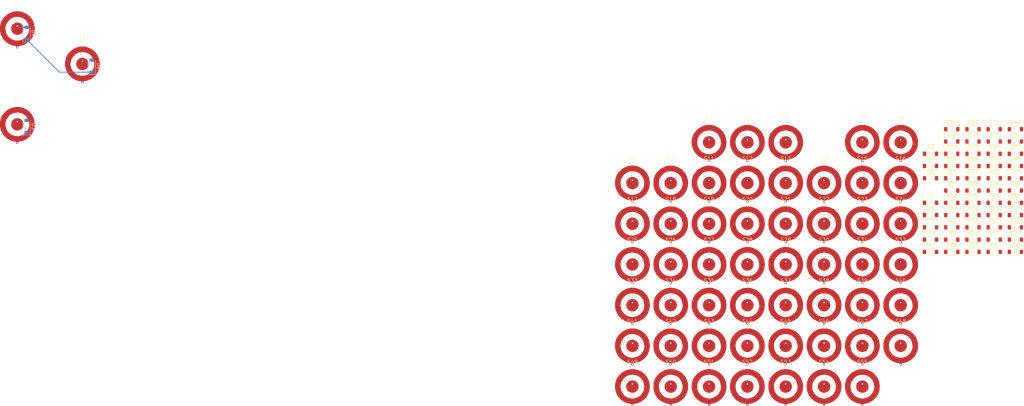
<source format=kicad_pcb>
(kicad_pcb (version 20240108) (generator "pcbnew") (generator_version "8.0")
  (layers (0 "F.Cu" signal) (31 "B.Cu" signal) (34 "B.Paste" user) (35 "F.Paste" user) (36 "B.SilkS" user "B.Silkscreen") (37 "F.SilkS" user "F.Silkscreen") (38 "B.Mask" user) (39 "F.Mask" user) (44 "Edge.Cuts" user))
  (net 0 "")
  (net 1 "Net-(D1-A)")
  (net 2 "row0")
  (net 3 "Net-(D2-A)")
  (net 4 "row1")
  (net 5 "row2")
  (net 6 "Net-(D3-A)")
  (net 7 "row4")
  (net 8 "Net-(D4-A)")
  (net 9 "row5")
  (net 10 "Net-(D5-A)")
  (net 11 "Net-(D6-A)")
  (net 12 "Net-(D7-A)")
  (net 13 "Net-(D8-A)")
  (net 14 "row3")
  (net 15 "Net-(D9-A)")
  (net 16 "Net-(D10-A)")
  (net 17 "Net-(D11-A)")
  (net 18 "Net-(D12-A)")
  (net 19 "Net-(D13-A)")
  (net 20 "Net-(D14-A)")
  (net 21 "Net-(D15-A)")
  (net 22 "Net-(D16-A)")
  (net 23 "Net-(D17-A)")
  (net 24 "Net-(D18-A)")
  (net 25 "Net-(D19-A)")
  (net 26 "Net-(D20-A)")
  (net 27 "Net-(D21-A)")
  (net 28 "Net-(D22-A)")
  (net 29 "Net-(D23-A)")
  (net 30 "Net-(D24-A)")
  (net 31 "Net-(D25-A)")
  (net 32 "Net-(D26-A)")
  (net 33 "Net-(D27-A)")
  (net 34 "Net-(D28-A)")
  (net 35 "Net-(D29-A)")
  (net 36 "Net-(D30-A)")
  (net 37 "Net-(D31-A)")
  (net 38 "Net-(D32-A)")
  (net 39 "Net-(D33-A)")
  (net 40 "Net-(D34-A)")
  (net 41 "Net-(D35-A)")
  (net 42 "Net-(D36-A)")
  (net 43 "Net-(D37-A)")
  (net 44 "Net-(D38-A)")
  (net 45 "Net-(D39-A)")
  (net 46 "Net-(D40-A)")
  (net 47 "Net-(D41-A)")
  (net 48 "Net-(D42-A)")
  (net 49 "Net-(D43-A)")
  (net 50 "Net-(D44-A)")
  (net 51 "Net-(D45-A)")
  (net 52 "Net-(D46-A)")
  (net 53 "Net-(D47-A)")
  (net 54 "Net-(D48-A)")
  (net 55 "Net-(D49-A)")
  (net 56 "Net-(D50-A)")
  (net 57 "Net-(D51-A)")
  (net 58 "Net-(D52-A)")
  (net 59 "Net-(D53-A)")
  (net 60 "Net-(D54-A)")
  (net 61 "Net-(D55-A)")
  (net 62 "column0")
  (net 63 "column1")
  (net 64 "column2")
  (net 65 "column3")
  (net 66 "column4")
  (net 67 "column5")
  (net 68 "column6")
  (net 69 "column7")
  (net 70 "column8")
  (net 71 "column9")
  (footprint "DomeSwitches:DomeSwitch_8mm_double_sided" (layer "F.Cu") (at 228.665 73.915)
    (property "Reference" "S12")
    (property "Value" "Keyswitch")
  )
  (footprint "Diode_SMD:D_SOD-123" (layer "F.Cu") (at 290.29 82.66)
    (property "Reference" "D30")
    (property "Value" "Diode")
  )
  (footprint "DomeSwitches:DomeSwitch_8mm_double_sided" (layer "F.Cu") (at 207.725 96.155)
    (property "Reference" "S26")
    (property "Value" "Keyswitch")
  )
  (footprint "Diode_SMD:D_SOD-123" (layer "F.Cu") (at 284.495 69.26)
    (property "Reference" "D15")
    (property "Value" "Diode")
  )
  (footprint "Diode_SMD:D_SOD-123" (layer "F.Cu") (at 296.085 75.96)
    (property "Reference" "D39")
    (property "Value" "Diode")
  )
  (footprint "DomeSwitches:DomeSwitch_8mm_double_sided" (layer "F.Cu") (at 29.21 31.75)
    (property "Reference" "S1")
    (property "Value" "Keyswitch")
  )
  (footprint "DomeSwitches:DomeSwitch_8mm_double_sided" (layer "F.Cu") (at 270.545 62.795)
    (property "Reference" "S8")
    (property "Value" "Keyswitch")
  )
  (footprint "Diode_SMD:D_SOD-123" (layer "F.Cu") (at 278.7 79.31)
    (property "Reference" "D7")
    (property "Value" "Diode")
  )
  (footprint "DomeSwitches:DomeSwitch_8mm_double_sided" (layer "F.Cu") (at 218.195 129.515)
    (property "Reference" "S51")
    (property "Value" "Keyswitch")
  )
  (footprint "Diode_SMD:D_SOD-123" (layer "F.Cu") (at 296.085 62.56)
    (property "Reference" "D35")
    (property "Value" "Diode")
  )
  (footprint "DomeSwitches:DomeSwitch_8mm_double_sided" (layer "F.Cu") (at 207.725 129.515)
    (property "Reference" "S50")
    (property "Value" "Keyswitch")
  )
  (footprint "Diode_SMD:D_SOD-123" (layer "F.Cu") (at 296.085 69.26)
    (property "Reference" "D37")
    (property "Value" "Diode")
  )
  (footprint "DomeSwitches:DomeSwitch_8mm_double_sided" (layer "F.Cu") (at 249.605 107.275)
    (property "Reference" "S38")
    (property "Value" "Keyswitch")
  )
  (footprint "Diode_SMD:D_SOD-123" (layer "F.Cu") (at 296.085 82.66)
    (property "Reference" "D41")
    (property "Value" "Diode")
  )
  (footprint "DomeSwitches:DomeSwitch_8mm_double_sided" (layer "F.Cu") (at 197.255 129.515)
    (property "Reference" "S49")
    (property "Value" "Keyswitch")
  )
  (footprint "DomeSwitches:DomeSwitch_8mm_double_sided" (layer "F.Cu") (at 218.195 73.915)
    (property "Reference" "S11")
    (property "Value" "Keyswitch")
  )
  (footprint "DomeSwitches:DomeSwitch_8mm_double_sided" (layer "F.Cu") (at 218.195 62.795)
    (property "Reference" "S3")
    (property "Value" "Keyswitch")
  )
  (footprint "DomeSwitches:DomeSwitch_8mm_double_sided" (layer "F.Cu") (at 270.545 96.155)
    (property "Reference" "S32")
    (property "Value" "Keyswitch")
  )
  (footprint "Diode_SMD:D_SOD-123" (layer "F.Cu") (at 301.88 86.01)
    (property "Reference" "D53")
    (property "Value" "Diode")
  )
  (footprint "Diode_SMD:D_SOD-123" (layer "F.Cu") (at 290.29 86.01)
    (property "Reference" "D31")
    (property "Value" "Diode")
  )
  (footprint "Diode_SMD:D_SOD-123" (layer "F.Cu") (at 301.88 75.96)
    (property "Reference" "D50")
    (property "Value" "Diode")
  )
  (footprint "DomeSwitches:DomeSwitch_8mm_double_sided" (layer "F.Cu") (at 218.195 96.155)
    (property "Reference" "S27")
    (property "Value" "Keyswitch")
  )
  (footprint "DomeSwitches:DomeSwitch_8mm_double_sided" (layer "F.Cu") (at 249.605 129.515)
    (property "Reference" "S54")
    (property "Value" "Keyswitch")
  )
  (footprint "Diode_SMD:D_SOD-123" (layer "F.Cu") (at 301.88 92.71)
    (property "Reference" "D55")
    (property "Value" "Diode")
  )
  (footprint "Diode_SMD:D_SOD-123" (layer "F.Cu") (at 301.88 59.21)
    (property "Reference" "D45")
    (property "Value" "Diode")
  )
  (footprint "DomeSwitches:DomeSwitch_8mm_double_sided" (layer "F.Cu") (at 197.255 107.275)
    (property "Reference" "S33")
    (property "Value" "Keyswitch")
  )
  (footprint "Diode_SMD:D_SOD-123" (layer "F.Cu") (at 296.085 89.36)
    (property "Reference" "D43")
    (property "Value" "Diode")
  )
  (footprint "DomeSwitches:DomeSwitch_8mm_double_sided" (layer "F.Cu") (at 197.255 96.155)
    (property "Reference" "S25")
    (property "Value" "Keyswitch")
  )
  (footprint "DomeSwitches:DomeSwitch_8mm_double_sided" (layer "F.Cu") (at 260.075 118.395)
    (property "Reference" "S47")
    (property "Value" "Keyswitch")
  )
  (footprint "DomeSwitches:DomeSwitch_8mm_double_sided" (layer "F.Cu") (at 260.075 129.515)
    (property "Reference" "S55")
    (property "Value" "Keyswitch")
  )
  (footprint "DomeSwitches:DomeSwitch_8mm_double_sided" (layer "F.Cu") (at 239.135 85.035)
    (property "Reference" "S21")
    (property "Value" "Keyswitch")
  )
  (footprint "DomeSwitches:DomeSwitch_8mm_double_sided" (layer "F.Cu") (at 260.075 73.915)
    (property "Reference" "S15")
    (property "Value" "Keyswitch")
  )
  (footprint "Diode_SMD:D_SOD-123" (layer "F.Cu") (at 301.88 65.91)
    (property "Reference" "D47")
    (property "Value" "Diode")
  )
  (footprint "Diode_SMD:D_SOD-123" (layer "F.Cu") (at 290.29 59.21)
    (property "Reference" "D23")
    (property "Value" "Diode")
  )
  (footprint "DomeSwitches:DomeSwitch_8mm_double_sided" (layer "F.Cu") (at 228.665 62.795)
    (property "Reference" "S4")
    (property "Value" "Keyswitch")
  )
  (footprint "Diode_SMD:D_SOD-123" (layer "F.Cu") (at 296.085 86.01)
    (property "Reference" "D42")
    (property "Value" "Diode")
  )
  (footprint "Diode_SMD:D_SOD-123" (layer "F.Cu") (at 278.7 82.66)
    (property "Reference" "D8")
    (property "Value" "Diode")
  )
  (footprint "DomeSwitches:DomeSwitch_8mm_double_sided" (layer "F.Cu") (at 207.725 118.395)
    (property "Reference" "S42")
    (property "Value" "Keyswitch")
  )
  (footprint "DomeSwitches:DomeSwitch_8mm_double_sided" (layer "F.Cu") (at 197.255 118.395)
    (property "Reference" "S41")
    (property "Value" "Keyswitch")
  )
  (footprint "Diode_SMD:D_SOD-123" (layer "F.Cu") (at 284.495 82.66)
    (property "Reference" "D19")
    (property "Value" "Diode")
  )
  (footprint "Diode_SMD:D_SOD-123" (layer "F.Cu") (at 284.495 65.91)
    (property "Reference" "D14")
    (property "Value" "Diode")
  )
  (footprint "DomeSwitches:DomeSwitch_8mm_double_sided" (layer "F.Cu") (at 239.135 107.275)
    (property "Reference" "S37")
    (property "Value" "Keyswitch")
  )
  (footprint "Diode_SMD:D_SOD-123" (layer "F.Cu") (at 278.7 69.26)
    (property "Reference" "D4")
    (property "Value" "Diode")
  )
  (footprint "Diode_SMD:D_SOD-123" (layer "F.Cu") (at 284.495 79.31)
    (property "Reference" "D18")
    (property "Value" "Diode")
  )
  (footprint "Diode_SMD:D_SOD-123" (layer "F.Cu") (at 301.88 62.56)
    (property "Reference" "D46")
    (property "Value" "Diode")
  )
  (footprint "DomeSwitches:DomeSwitch_8mm_double_sided" (layer "F.Cu") (at 218.195 107.275)
    (property "Reference" "S35")
    (property "Value" "Keyswitch")
  )
  (footprint "DomeSwitches:DomeSwitch_8mm_double_sided" (layer "F.Cu") (at 239.135 73.915)
    (property "Reference" "S13")
    (property "Value" "Keyswitch")
  )
  (footprint "Diode_SMD:D_SOD-123" (layer "F.Cu") (at 290.29 65.91)
    (property "Reference" "D25")
    (property "Value" "Diode")
  )
  (footprint "Diode_SMD:D_SOD-123" (layer "F.Cu") (at 278.7 89.36)
    (property "Reference" "D10")
    (property "Value" "Diode")
  )
  (footprint "Diode_SMD:D_SOD-123" (layer "F.Cu") (at 301.88 82.66)
    (property "Reference" "D52")
    (property "Value" "Diode")
  )
  (footprint "Diode_SMD:D_SOD-123" (layer "F.Cu") (at 290.29 92.71)
    (property "Reference" "D33")
    (property "Value" "Diode")
  )
  (footprint "Diode_SMD:D_SOD-123" (layer "F.Cu") (at 278.7 86.01)
    (property "Reference" "D9")
    (property "Value" "Diode")
  )
  (footprint "Diode_SMD:D_SOD-123" (layer "F.Cu") (at 296.085 72.61)
    (property "Reference" "D38")
    (property "Value" "Diode")
  )
  (footprint "Diode_SMD:D_SOD-123" (layer "F.Cu") (at 284.495 86.01)
    (property "Reference" "D20")
    (property "Value" "Diode")
  )
  (footprint "Diode_SMD:D_SOD-123" (layer "F.Cu") (at 290.29 72.61)
    (property "Reference" "D27")
    (property "Value" "Diode")
  )
  (footprint "Diode_SMD:D_SOD-123" (layer "F.Cu") (at 284.495 72.61)
    (property "Reference" "D16")
    (property "Value" "Diode")
  )
  (footprint "Diode_SMD:D_SOD-123" (layer "F.Cu") (at 290.29 89.36)
    (property "Reference" "D32")
    (property "Value" "Diode")
  )
  (footprint "Diode_SMD:D_SOD-123" (layer "F.Cu") (at 290.29 79.31)
    (property "Reference" "D29")
    (property "Value" "Diode")
  )
  (footprint "DomeSwitches:DomeSwitch_8mm_double_sided" (layer "F.Cu") (at 228.665 96.155)
    (property "Reference" "S28")
    (property "Value" "Keyswitch")
  )
  (footprint "Diode_SMD:D_SOD-123" (layer "F.Cu") (at 290.29 69.26)
    (property "Reference" "D26")
    (property "Value" "Diode")
  )
  (footprint "DomeSwitches:DomeSwitch_8mm_double_sided" (layer "F.Cu") (at 260.075 96.155)
    (property "Reference" "S31")
    (property "Value" "Keyswitch")
  )
  (footprint "DomeSwitches:DomeSwitch_8mm_double_sided" (layer "F.Cu") (at 249.605 85.035)
    (property "Reference" "S22")
    (property "Value" "Keyswitch")
  )
  (footprint "DomeSwitches:DomeSwitch_8mm_double_sided" (layer "F.Cu") (at 207.725 73.915)
    (property "Reference" "S10")
    (property "Value" "Keyswitch")
  )
  (footprint "DomeSwitches:DomeSwitch_8mm_double_sided" (layer "F.Cu") (at 270.545 85.035)
    (property "Reference" "S24")
    (property "Value" "Keyswitch")
  )
  (footprint "DomeSwitches:DomeSwitch_8mm_double_sided" (layer "F.Cu") (at 228.665 85.035)
    (property "Reference" "S20")
    (property "Value" "Keyswitch")
  )
  (footprint "Diode_SMD:D_SOD-123" (layer "F.Cu") (at 278.7 72.61)
    (property "Reference" "D5")
    (property "Value" "Diode")
  )
  (footprint "DomeSwitches:DomeSwitch_8mm_double_sided" (layer "F.Cu") (at 197.255 73.915)
    (property "Reference" "S9")
    (property "Value" "Keyswitch")
  )
  (footprint "DomeSwitches:DomeSwitch_8mm_double_sided" (layer "F.Cu") (at 260.075 62.795)
    (property "Reference" "S7")
    (property "Value" "Keyswitch")
  )
  (footprint "DomeSwitches:DomeSwitch_8mm_double_sided" (layer "F.Cu") (at 260.075 85.035)
    (property "Reference" "S23")
    (property "Value" "Keyswitch")
  )
  (footprint "DomeSwitches:DomeSwitch_8mm_double_sided" (layer "F.Cu") (at 218.195 118.395)
    (property "Reference" "S43")
    (property "Value" "Keyswitch")
  )
  (footprint "Diode_SMD:D_SOD-123" (layer "F.Cu") (at 296.085 79.31)
    (property "Reference" "D40")
    (property "Value" "Diode")
  )
  (footprint "DomeSwitches:DomeSwitch_8mm_double_sided" (layer "F.Cu") (at 270.545 118.395)
    (property "Reference" "S48")
    (property "Value" "Keyswitch")
  )
  (footprint "DomeSwitches:DomeSwitch_8mm_double_sided" (layer "F.Cu") (at 46.99 41.37)
    (property "Reference" "S6")
    (property "Value" "Keyswitch")
  )
  (footprint "DomeSwitches:DomeSwitch_8mm_double_sided" (layer "F.Cu") (at 270.545 73.915)
    (property "Reference" "S16")
    (property "Value" "Keyswitch")
  )
  (footprint "Diode_SMD:D_SOD-123" (layer "F.Cu") (at 301.88 79.31)
    (property "Reference" "D51")
    (property "Value" "Diode")
  )
  (footprint "Diode_SMD:D_SOD-123" (layer "F.Cu") (at 284.495 92.71)
    (property "Reference" "D22")
    (property "Value" "Diode")
  )
  (footprint "Diode_SMD:D_SOD-123" (layer "F.Cu") (at 278.7 92.71)
    (property "Reference" "D11")
    (property "Value" "Diode")
  )
  (footprint "DomeSwitches:DomeSwitch_8mm_double_sided" (layer "F.Cu") (at 249.605 96.155)
    (property "Reference" "S30")
    (property "Value" "Keyswitch")
  )
  (footprint "Diode_SMD:D_SOD-123" (layer "F.Cu") (at 290.29 62.56)
    (property "Reference" "D24")
    (property "Value" "Diode")
  )
  (footprint "Diode_SMD:D_SOD-123" (layer "F.Cu") (at 301.88 69.26)
    (property "Reference" "D48")
    (property "Value" "Diode")
  )
  (footprint "DomeSwitches:DomeSwitch_8mm_double_sided" (layer "F.Cu") (at 228.665 107.275)
    (property "Reference" "S36")
    (property "Value" "Keyswitch")
  )
  (footprint "DomeSwitches:DomeSwitch_8mm_double_sided" (layer "F.Cu") (at 239.135 118.395)
    (property "Reference" "S45")
    (property "Value" "Keyswitch")
  )
  (footprint "Diode_SMD:D_SOD-123" (layer "F.Cu") (at 296.085 65.91)
    (property "Reference" "D36")
    (property "Value" "Diode")
  )
  (footprint "Diode_SMD:D_SOD-123" (layer "F.Cu") (at 278.7 65.91)
    (property "Reference" "D3")
    (property "Value" "Diode")
  )
  (footprint "DomeSwitches:DomeSwitch_8mm_double_sided" (layer "F.Cu") (at 228.665 118.395)
    (property "Reference" "S44")
    (property "Value" "Keyswitch")
  )
  (footprint "DomeSwitches:DomeSwitch_8mm_double_sided" (layer "F.Cu") (at 239.135 62.795)
    (property "Reference" "S5")
    (property "Value" "Keyswitch")
  )
  (footprint "Diode_SMD:D_SOD-123" (layer "F.Cu") (at 296.085 92.71)
    (property "Reference" "D44")
    (property "Value" "Diode")
  )
  (footprint "DomeSwitches:DomeSwitch_8mm_double_sided" (layer "F.Cu") (at 249.605 118.395)
    (property "Reference" "S46")
    (property "Value" "Keyswitch")
  )
  (footprint "Diode_SMD:D_SOD-123" (layer "F.Cu") (at 296.085 59.21)
    (property "Reference" "D34")
    (property "Value" "Diode")
  )
  (footprint "DomeSwitches:DomeSwitch_8mm_double_sided" (layer "F.Cu") (at 29.21 57.88)
    (property "Reference" "S2")
    (property "Value" "Keyswitch")
  )
  (footprint "Diode_SMD:D_SOD-123" (layer "F.Cu") (at 284.495 75.96)
    (property "Reference" "D17")
    (property "Value" "Diode")
  )
  (footprint "Diode_SMD:D_SOD-123" (layer "F.Cu") (at 284.495 62.56)
    (property "Reference" "D13")
    (property "Value" "Diode")
  )
  (footprint "DomeSwitches:DomeSwitch_8mm_double_sided" (layer "F.Cu") (at 218.195 85.035)
    (property "Reference" "S19")
    (property "Value" "Keyswitch")
  )
  (footprint "DomeSwitches:DomeSwitch_8mm_double_sided" (layer "F.Cu") (at 207.725 85.035)
    (property "Reference" "S18")
    (property "Value" "Keyswitch")
  )
  (footprint "DomeSwitches:DomeSwitch_8mm_double_sided" (layer "F.Cu") (at 270.545 107.275)
    (property "Reference" "S40")
    (property "Value" "Keyswitch")
  )
  (footprint "Diode_SMD:D_SOD-123" (layer "F.Cu") (at 284.495 89.36)
    (property "Reference" "D21")
    (property "Value" "Diode")
  )
  (footprint "Diode_SMD:D_SOD-123" (layer "F.Cu") (at 290.29 75.96)
    (property "Reference" "D28")
    (property "Value" "Diode")
  )
  (footprint "Diode_SMD:D_SOD-123" (layer "F.Cu") (at 301.88 72.61)
    (property "Reference" "D49")
    (property "Value" "Diode")
  )
  (footprint "DomeSwitches:DomeSwitch_8mm_double_sided" (layer "F.Cu") (at 228.665 129.515)
    (property "Reference" "S52")
    (property "Value" "Keyswitch")
  )
  (footprint "DomeSwitches:DomeSwitch_8mm_double_sided" (layer "F.Cu") (at 207.725 107.275)
    (property "Reference" "S34")
    (property "Value" "Keyswitch")
  )
  (footprint "DomeSwitches:DomeSwitch_8mm_double_sided" (layer "F.Cu") (at 260.075 107.275)
    (property "Reference" "S39")
    (property "Value" "Keyswitch")
  )
  (footprint "DomeSwitches:DomeSwitch_8mm_double_sided" (layer "F.Cu") (at 239.135 129.515)
    (property "Reference" "S53")
    (property "Value" "Keyswitch")
  )
  (footprint "DomeSwitches:DomeSwitch_8mm_double_sided" (layer "F.Cu") (at 239.135 96.155)
    (property "Reference" "S29")
    (property "Value" "Keyswitch")
  )
  (footprint "Diode_SMD:D_SOD-123" (layer "F.Cu") (at 301.88 89.36)
    (property "Reference" "D54")
    (property "Value" "Diode")
  )
  (footprint "DomeSwitches:DomeSwitch_8mm_double_sided" (layer "F.Cu") (at 249.605 73.915)
    (property "Reference" "S14")
    (property "Value" "Keyswitch")
  )
  (footprint "Diode_SMD:D_SOD-123" (layer "F.Cu") (at 284.495 59.21)
    (property "Reference" "D12")
    (property "Value" "Diode")
  )
  (footprint "DomeSwitches:DomeSwitch_8mm_double_sided" (layer "F.Cu") (at 197.255 85.035)
    (property "Reference" "S17")
    (property "Value" "Keyswitch")
  )
  (footprint "Diode_SMD:D_SOD-123" (layer "B.Cu") (at 31.75 33.02 90)
    (property "Reference" "D1")
    (property "Value" "Diode")
  )
  (footprint "Diode_SMD:D_SOD-123" (layer "B.Cu") (at 49.52 41.98 90)
    (property "Reference" "D6")
    (property "Value" "Diode")
  )
  (footprint "Diode_SMD:D_SOD-123" (layer "B.Cu") (at 31.75 58.42 90)
    (property "Reference" "D2")
    (property "Value" "Diode")
  )
  (segment (start 29.21 31.02) (end 29.56 31.37) (width 0.2) (layer "B.Cu") (net 1))
  (segment (start 29.56 31.37) (end 31.75 31.37) (width 0.2) (layer "B.Cu") (net 1))
  (segment (start 31.75 34.67) (end 40.71 43.63) (width 0.2) (layer "B.Cu") (net 2))
  (segment (start 40.71 43.63) (end 49.52 43.63) (width 0.2) (layer "B.Cu") (net 2))
)
</source>
